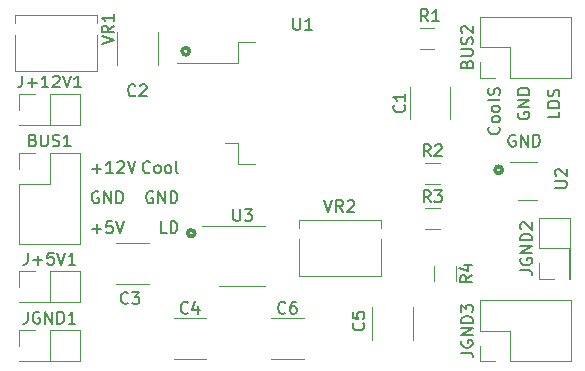
<source format=gto>
G04 #@! TF.GenerationSoftware,KiCad,Pcbnew,5.1.5+dfsg1-2build2*
G04 #@! TF.CreationDate,2021-11-26T12:56:36+03:00*
G04 #@! TF.ProjectId,VoltReg,566f6c74-5265-4672-9e6b-696361645f70,rev?*
G04 #@! TF.SameCoordinates,Original*
G04 #@! TF.FileFunction,Legend,Top*
G04 #@! TF.FilePolarity,Positive*
%FSLAX46Y46*%
G04 Gerber Fmt 4.6, Leading zero omitted, Abs format (unit mm)*
G04 Created by KiCad (PCBNEW 5.1.5+dfsg1-2build2) date 2021-11-26 12:56:36*
%MOMM*%
%LPD*%
G04 APERTURE LIST*
%ADD10C,0.150000*%
%ADD11C,0.300000*%
%ADD12C,0.120000*%
G04 APERTURE END LIST*
D10*
X124950000Y-60266904D02*
X124902380Y-60362142D01*
X124902380Y-60505000D01*
X124950000Y-60647857D01*
X125045238Y-60743095D01*
X125140476Y-60790714D01*
X125330952Y-60838333D01*
X125473809Y-60838333D01*
X125664285Y-60790714D01*
X125759523Y-60743095D01*
X125854761Y-60647857D01*
X125902380Y-60505000D01*
X125902380Y-60409761D01*
X125854761Y-60266904D01*
X125807142Y-60219285D01*
X125473809Y-60219285D01*
X125473809Y-60409761D01*
X125902380Y-59790714D02*
X124902380Y-59790714D01*
X125902380Y-59219285D01*
X124902380Y-59219285D01*
X125902380Y-58743095D02*
X124902380Y-58743095D01*
X124902380Y-58505000D01*
X124950000Y-58362142D01*
X125045238Y-58266904D01*
X125140476Y-58219285D01*
X125330952Y-58171666D01*
X125473809Y-58171666D01*
X125664285Y-58219285D01*
X125759523Y-58266904D01*
X125854761Y-58362142D01*
X125902380Y-58505000D01*
X125902380Y-58743095D01*
X124688095Y-62180000D02*
X124592857Y-62132380D01*
X124450000Y-62132380D01*
X124307142Y-62180000D01*
X124211904Y-62275238D01*
X124164285Y-62370476D01*
X124116666Y-62560952D01*
X124116666Y-62703809D01*
X124164285Y-62894285D01*
X124211904Y-62989523D01*
X124307142Y-63084761D01*
X124450000Y-63132380D01*
X124545238Y-63132380D01*
X124688095Y-63084761D01*
X124735714Y-63037142D01*
X124735714Y-62703809D01*
X124545238Y-62703809D01*
X125164285Y-63132380D02*
X125164285Y-62132380D01*
X125735714Y-63132380D01*
X125735714Y-62132380D01*
X126211904Y-63132380D02*
X126211904Y-62132380D01*
X126450000Y-62132380D01*
X126592857Y-62180000D01*
X126688095Y-62275238D01*
X126735714Y-62370476D01*
X126783333Y-62560952D01*
X126783333Y-62703809D01*
X126735714Y-62894285D01*
X126688095Y-62989523D01*
X126592857Y-63084761D01*
X126450000Y-63132380D01*
X126211904Y-63132380D01*
X123289642Y-61473333D02*
X123337261Y-61520952D01*
X123384880Y-61663809D01*
X123384880Y-61759047D01*
X123337261Y-61901904D01*
X123242023Y-61997142D01*
X123146785Y-62044761D01*
X122956309Y-62092380D01*
X122813452Y-62092380D01*
X122622976Y-62044761D01*
X122527738Y-61997142D01*
X122432500Y-61901904D01*
X122384880Y-61759047D01*
X122384880Y-61663809D01*
X122432500Y-61520952D01*
X122480119Y-61473333D01*
X123384880Y-60901904D02*
X123337261Y-60997142D01*
X123289642Y-61044761D01*
X123194404Y-61092380D01*
X122908690Y-61092380D01*
X122813452Y-61044761D01*
X122765833Y-60997142D01*
X122718214Y-60901904D01*
X122718214Y-60759047D01*
X122765833Y-60663809D01*
X122813452Y-60616190D01*
X122908690Y-60568571D01*
X123194404Y-60568571D01*
X123289642Y-60616190D01*
X123337261Y-60663809D01*
X123384880Y-60759047D01*
X123384880Y-60901904D01*
X123384880Y-59997142D02*
X123337261Y-60092380D01*
X123289642Y-60140000D01*
X123194404Y-60187619D01*
X122908690Y-60187619D01*
X122813452Y-60140000D01*
X122765833Y-60092380D01*
X122718214Y-59997142D01*
X122718214Y-59854285D01*
X122765833Y-59759047D01*
X122813452Y-59711428D01*
X122908690Y-59663809D01*
X123194404Y-59663809D01*
X123289642Y-59711428D01*
X123337261Y-59759047D01*
X123384880Y-59854285D01*
X123384880Y-59997142D01*
X123384880Y-59092380D02*
X123337261Y-59187619D01*
X123242023Y-59235238D01*
X122384880Y-59235238D01*
X123337261Y-58759047D02*
X123384880Y-58616190D01*
X123384880Y-58378095D01*
X123337261Y-58282857D01*
X123289642Y-58235238D01*
X123194404Y-58187619D01*
X123099166Y-58187619D01*
X123003928Y-58235238D01*
X122956309Y-58282857D01*
X122908690Y-58378095D01*
X122861071Y-58568571D01*
X122813452Y-58663809D01*
X122765833Y-58711428D01*
X122670595Y-58759047D01*
X122575357Y-58759047D01*
X122480119Y-58711428D01*
X122432500Y-58663809D01*
X122384880Y-58568571D01*
X122384880Y-58330476D01*
X122432500Y-58187619D01*
X128442380Y-60171666D02*
X128442380Y-60647857D01*
X127442380Y-60647857D01*
X128442380Y-59838333D02*
X127442380Y-59838333D01*
X127442380Y-59600238D01*
X127490000Y-59457380D01*
X127585238Y-59362142D01*
X127680476Y-59314523D01*
X127870952Y-59266904D01*
X128013809Y-59266904D01*
X128204285Y-59314523D01*
X128299523Y-59362142D01*
X128394761Y-59457380D01*
X128442380Y-59600238D01*
X128442380Y-59838333D01*
X128394761Y-58885952D02*
X128442380Y-58743095D01*
X128442380Y-58505000D01*
X128394761Y-58409761D01*
X128347142Y-58362142D01*
X128251904Y-58314523D01*
X128156666Y-58314523D01*
X128061428Y-58362142D01*
X128013809Y-58409761D01*
X127966190Y-58505000D01*
X127918571Y-58695476D01*
X127870952Y-58790714D01*
X127823333Y-58838333D01*
X127728095Y-58885952D01*
X127632857Y-58885952D01*
X127537619Y-58838333D01*
X127490000Y-58790714D01*
X127442380Y-58695476D01*
X127442380Y-58457380D01*
X127490000Y-58314523D01*
X95190428Y-70464880D02*
X94714238Y-70464880D01*
X94714238Y-69464880D01*
X95523762Y-70464880D02*
X95523762Y-69464880D01*
X95761857Y-69464880D01*
X95904714Y-69512500D01*
X95999952Y-69607738D01*
X96047571Y-69702976D01*
X96095190Y-69893452D01*
X96095190Y-70036309D01*
X96047571Y-70226785D01*
X95999952Y-70322023D01*
X95904714Y-70417261D01*
X95761857Y-70464880D01*
X95523762Y-70464880D01*
X88873094Y-70083928D02*
X89634999Y-70083928D01*
X89254047Y-70464880D02*
X89254047Y-69702976D01*
X90587380Y-69464880D02*
X90111189Y-69464880D01*
X90063570Y-69941071D01*
X90111189Y-69893452D01*
X90206428Y-69845833D01*
X90444523Y-69845833D01*
X90539761Y-69893452D01*
X90587380Y-69941071D01*
X90634999Y-70036309D01*
X90634999Y-70274404D01*
X90587380Y-70369642D01*
X90539761Y-70417261D01*
X90444523Y-70464880D01*
X90206428Y-70464880D01*
X90111189Y-70417261D01*
X90063570Y-70369642D01*
X90920713Y-69464880D02*
X91254047Y-70464880D01*
X91587380Y-69464880D01*
X93999952Y-66972500D02*
X93904714Y-66924880D01*
X93761857Y-66924880D01*
X93618999Y-66972500D01*
X93523761Y-67067738D01*
X93476142Y-67162976D01*
X93428523Y-67353452D01*
X93428523Y-67496309D01*
X93476142Y-67686785D01*
X93523761Y-67782023D01*
X93618999Y-67877261D01*
X93761857Y-67924880D01*
X93857095Y-67924880D01*
X93999952Y-67877261D01*
X94047571Y-67829642D01*
X94047571Y-67496309D01*
X93857095Y-67496309D01*
X94476142Y-67924880D02*
X94476142Y-66924880D01*
X95047571Y-67924880D01*
X95047571Y-66924880D01*
X95523761Y-67924880D02*
X95523761Y-66924880D01*
X95761857Y-66924880D01*
X95904714Y-66972500D01*
X95999952Y-67067738D01*
X96047571Y-67162976D01*
X96095190Y-67353452D01*
X96095190Y-67496309D01*
X96047571Y-67686785D01*
X95999952Y-67782023D01*
X95904714Y-67877261D01*
X95761857Y-67924880D01*
X95523761Y-67924880D01*
X89396904Y-66972500D02*
X89301666Y-66924880D01*
X89158809Y-66924880D01*
X89015951Y-66972500D01*
X88920713Y-67067738D01*
X88873094Y-67162976D01*
X88825475Y-67353452D01*
X88825475Y-67496309D01*
X88873094Y-67686785D01*
X88920713Y-67782023D01*
X89015951Y-67877261D01*
X89158809Y-67924880D01*
X89254047Y-67924880D01*
X89396904Y-67877261D01*
X89444523Y-67829642D01*
X89444523Y-67496309D01*
X89254047Y-67496309D01*
X89873094Y-67924880D02*
X89873094Y-66924880D01*
X90444523Y-67924880D01*
X90444523Y-66924880D01*
X90920713Y-67924880D02*
X90920713Y-66924880D01*
X91158809Y-66924880D01*
X91301666Y-66972500D01*
X91396904Y-67067738D01*
X91444523Y-67162976D01*
X91492142Y-67353452D01*
X91492142Y-67496309D01*
X91444523Y-67686785D01*
X91396904Y-67782023D01*
X91301666Y-67877261D01*
X91158809Y-67924880D01*
X90920713Y-67924880D01*
X93761857Y-65289642D02*
X93714238Y-65337261D01*
X93571380Y-65384880D01*
X93476142Y-65384880D01*
X93333285Y-65337261D01*
X93238047Y-65242023D01*
X93190428Y-65146785D01*
X93142809Y-64956309D01*
X93142809Y-64813452D01*
X93190428Y-64622976D01*
X93238047Y-64527738D01*
X93333285Y-64432500D01*
X93476142Y-64384880D01*
X93571380Y-64384880D01*
X93714238Y-64432500D01*
X93761857Y-64480119D01*
X94333285Y-65384880D02*
X94238047Y-65337261D01*
X94190428Y-65289642D01*
X94142809Y-65194404D01*
X94142809Y-64908690D01*
X94190428Y-64813452D01*
X94238047Y-64765833D01*
X94333285Y-64718214D01*
X94476142Y-64718214D01*
X94571380Y-64765833D01*
X94619000Y-64813452D01*
X94666619Y-64908690D01*
X94666619Y-65194404D01*
X94619000Y-65289642D01*
X94571380Y-65337261D01*
X94476142Y-65384880D01*
X94333285Y-65384880D01*
X95238047Y-65384880D02*
X95142809Y-65337261D01*
X95095190Y-65289642D01*
X95047571Y-65194404D01*
X95047571Y-64908690D01*
X95095190Y-64813452D01*
X95142809Y-64765833D01*
X95238047Y-64718214D01*
X95380904Y-64718214D01*
X95476142Y-64765833D01*
X95523761Y-64813452D01*
X95571380Y-64908690D01*
X95571380Y-65194404D01*
X95523761Y-65289642D01*
X95476142Y-65337261D01*
X95380904Y-65384880D01*
X95238047Y-65384880D01*
X96142809Y-65384880D02*
X96047571Y-65337261D01*
X95999952Y-65242023D01*
X95999952Y-64384880D01*
X88873095Y-65003928D02*
X89635000Y-65003928D01*
X89254047Y-65384880D02*
X89254047Y-64622976D01*
X90635000Y-65384880D02*
X90063571Y-65384880D01*
X90349285Y-65384880D02*
X90349285Y-64384880D01*
X90254047Y-64527738D01*
X90158809Y-64622976D01*
X90063571Y-64670595D01*
X91015952Y-64480119D02*
X91063571Y-64432500D01*
X91158809Y-64384880D01*
X91396904Y-64384880D01*
X91492142Y-64432500D01*
X91539761Y-64480119D01*
X91587380Y-64575357D01*
X91587380Y-64670595D01*
X91539761Y-64813452D01*
X90968333Y-65384880D01*
X91587380Y-65384880D01*
X91873095Y-64384880D02*
X92206428Y-65384880D01*
X92539761Y-64384880D01*
D11*
X97096800Y-55068600D02*
G75*
G03X97096800Y-55068600I-300000J0D01*
G01*
X123593800Y-65101600D02*
G75*
G03X123593800Y-65101600I-300000J0D01*
G01*
X97558800Y-70461000D02*
G75*
G03X97558800Y-70461000I-300000J0D01*
G01*
D12*
X117835000Y-73275436D02*
X117835000Y-74479564D01*
X119655000Y-73275436D02*
X119655000Y-74479564D01*
X121670000Y-81330000D02*
X121670000Y-80000000D01*
X123000000Y-81330000D02*
X121670000Y-81330000D01*
X121670000Y-78730000D02*
X121670000Y-76130000D01*
X124270000Y-78730000D02*
X121670000Y-78730000D01*
X124270000Y-81330000D02*
X124270000Y-78730000D01*
X121670000Y-76130000D02*
X129410000Y-76130000D01*
X124270000Y-81330000D02*
X129410000Y-81330000D01*
X129410000Y-81330000D02*
X129410000Y-76130000D01*
X126670000Y-74355000D02*
X126670000Y-73025000D01*
X128000000Y-74355000D02*
X126670000Y-74355000D01*
X126670000Y-71755000D02*
X126670000Y-69155000D01*
X129270000Y-71755000D02*
X126670000Y-71755000D01*
X129270000Y-74355000D02*
X129270000Y-71755000D01*
X126670000Y-69155000D02*
X129330000Y-69155000D01*
X129270000Y-74355000D02*
X129330000Y-74355000D01*
X129330000Y-74355000D02*
X129330000Y-69155000D01*
X82670000Y-78670000D02*
X84000000Y-78670000D01*
X82670000Y-80000000D02*
X82670000Y-78670000D01*
X85270000Y-78670000D02*
X87870000Y-78670000D01*
X85270000Y-81270000D02*
X85270000Y-78670000D01*
X82670000Y-81270000D02*
X85270000Y-81270000D01*
X87870000Y-78670000D02*
X87870000Y-81330000D01*
X82670000Y-81270000D02*
X82670000Y-81330000D01*
X82670000Y-81330000D02*
X87870000Y-81330000D01*
X82670000Y-73670000D02*
X84000000Y-73670000D01*
X82670000Y-75000000D02*
X82670000Y-73670000D01*
X85270000Y-73670000D02*
X87870000Y-73670000D01*
X85270000Y-76270000D02*
X85270000Y-73670000D01*
X82670000Y-76270000D02*
X85270000Y-76270000D01*
X87870000Y-73670000D02*
X87870000Y-76330000D01*
X82670000Y-76270000D02*
X82670000Y-76330000D01*
X82670000Y-76330000D02*
X87870000Y-76330000D01*
X82670000Y-58670000D02*
X84000000Y-58670000D01*
X82670000Y-60000000D02*
X82670000Y-58670000D01*
X85270000Y-58670000D02*
X87870000Y-58670000D01*
X85270000Y-61270000D02*
X85270000Y-58670000D01*
X82670000Y-61270000D02*
X85270000Y-61270000D01*
X87870000Y-58670000D02*
X87870000Y-61330000D01*
X82670000Y-61270000D02*
X82670000Y-61330000D01*
X82670000Y-61330000D02*
X87870000Y-61330000D01*
X94420000Y-56228752D02*
X94420000Y-53456248D01*
X91000000Y-56228752D02*
X91000000Y-53456248D01*
X121670000Y-57330000D02*
X121670000Y-56000000D01*
X123000000Y-57330000D02*
X121670000Y-57330000D01*
X121670000Y-54730000D02*
X121670000Y-52130000D01*
X124270000Y-54730000D02*
X121670000Y-54730000D01*
X124270000Y-57330000D02*
X124270000Y-54730000D01*
X121670000Y-52130000D02*
X129410000Y-52130000D01*
X124270000Y-57330000D02*
X129410000Y-57330000D01*
X129410000Y-57330000D02*
X129410000Y-52130000D01*
X89263000Y-53650000D02*
X89263000Y-56755000D01*
X89263000Y-52015000D02*
X89263000Y-52660000D01*
X82313000Y-53650000D02*
X82313000Y-56755000D01*
X82313000Y-52015000D02*
X82313000Y-52660000D01*
X82313000Y-56755000D02*
X89263000Y-56755000D01*
X82313000Y-52015000D02*
X89263000Y-52015000D01*
X113330000Y-70980000D02*
X113330000Y-74085000D01*
X113330000Y-69345000D02*
X113330000Y-69990000D01*
X106380000Y-70980000D02*
X106380000Y-74085000D01*
X106380000Y-69345000D02*
X106380000Y-69990000D01*
X106380000Y-74085000D02*
X113330000Y-74085000D01*
X106380000Y-69345000D02*
X113330000Y-69345000D01*
X99650000Y-74950000D02*
X103550000Y-74950000D01*
X98150000Y-69830000D02*
X103550000Y-69830000D01*
X126530000Y-64440000D02*
X124230000Y-64440000D01*
X124930000Y-67640000D02*
X126530000Y-67640000D01*
X102690000Y-54255000D02*
X101190000Y-54255000D01*
X101190000Y-54255000D02*
X101190000Y-56065000D01*
X101190000Y-56065000D02*
X96065000Y-56065000D01*
X102690000Y-64655000D02*
X101190000Y-64655000D01*
X101190000Y-64655000D02*
X101190000Y-62845000D01*
X101190000Y-62845000D02*
X100090000Y-62845000D01*
X117090436Y-70125000D02*
X118294564Y-70125000D01*
X117090436Y-68305000D02*
X118294564Y-68305000D01*
X118294564Y-64495000D02*
X117090436Y-64495000D01*
X118294564Y-66315000D02*
X117090436Y-66315000D01*
X116655436Y-54885000D02*
X117859564Y-54885000D01*
X116655436Y-53065000D02*
X117859564Y-53065000D01*
X106796252Y-77665000D02*
X104023748Y-77665000D01*
X106796252Y-81085000D02*
X104023748Y-81085000D01*
X112590000Y-76718748D02*
X112590000Y-79491252D01*
X116010000Y-76718748D02*
X116010000Y-79491252D01*
X98541252Y-77665000D02*
X95768748Y-77665000D01*
X98541252Y-81085000D02*
X95768748Y-81085000D01*
X93693752Y-71315000D02*
X90921248Y-71315000D01*
X93693752Y-74735000D02*
X90921248Y-74735000D01*
X115765000Y-58071248D02*
X115765000Y-60843752D01*
X119185000Y-58071248D02*
X119185000Y-60843752D01*
X82670000Y-63670000D02*
X84000000Y-63670000D01*
X82670000Y-65000000D02*
X82670000Y-63670000D01*
X85270000Y-63670000D02*
X87870000Y-63670000D01*
X85270000Y-66270000D02*
X85270000Y-63670000D01*
X82670000Y-66270000D02*
X85270000Y-66270000D01*
X87870000Y-63670000D02*
X87870000Y-71410000D01*
X82670000Y-66270000D02*
X82670000Y-71410000D01*
X82670000Y-71410000D02*
X87870000Y-71410000D01*
D10*
X121017380Y-74044166D02*
X120541190Y-74377500D01*
X121017380Y-74615595D02*
X120017380Y-74615595D01*
X120017380Y-74234642D01*
X120065000Y-74139404D01*
X120112619Y-74091785D01*
X120207857Y-74044166D01*
X120350714Y-74044166D01*
X120445952Y-74091785D01*
X120493571Y-74139404D01*
X120541190Y-74234642D01*
X120541190Y-74615595D01*
X120350714Y-73187023D02*
X121017380Y-73187023D01*
X119969761Y-73425119D02*
X120684047Y-73663214D01*
X120684047Y-73044166D01*
X120122380Y-80587142D02*
X120836666Y-80587142D01*
X120979523Y-80634761D01*
X121074761Y-80730000D01*
X121122380Y-80872857D01*
X121122380Y-80968095D01*
X120170000Y-79587142D02*
X120122380Y-79682380D01*
X120122380Y-79825238D01*
X120170000Y-79968095D01*
X120265238Y-80063333D01*
X120360476Y-80110952D01*
X120550952Y-80158571D01*
X120693809Y-80158571D01*
X120884285Y-80110952D01*
X120979523Y-80063333D01*
X121074761Y-79968095D01*
X121122380Y-79825238D01*
X121122380Y-79730000D01*
X121074761Y-79587142D01*
X121027142Y-79539523D01*
X120693809Y-79539523D01*
X120693809Y-79730000D01*
X121122380Y-79110952D02*
X120122380Y-79110952D01*
X121122380Y-78539523D01*
X120122380Y-78539523D01*
X121122380Y-78063333D02*
X120122380Y-78063333D01*
X120122380Y-77825238D01*
X120170000Y-77682380D01*
X120265238Y-77587142D01*
X120360476Y-77539523D01*
X120550952Y-77491904D01*
X120693809Y-77491904D01*
X120884285Y-77539523D01*
X120979523Y-77587142D01*
X121074761Y-77682380D01*
X121122380Y-77825238D01*
X121122380Y-78063333D01*
X120122380Y-77158571D02*
X120122380Y-76539523D01*
X120503333Y-76872857D01*
X120503333Y-76730000D01*
X120550952Y-76634761D01*
X120598571Y-76587142D01*
X120693809Y-76539523D01*
X120931904Y-76539523D01*
X121027142Y-76587142D01*
X121074761Y-76634761D01*
X121122380Y-76730000D01*
X121122380Y-77015714D01*
X121074761Y-77110952D01*
X121027142Y-77158571D01*
X125122380Y-73612142D02*
X125836666Y-73612142D01*
X125979523Y-73659761D01*
X126074761Y-73755000D01*
X126122380Y-73897857D01*
X126122380Y-73993095D01*
X125170000Y-72612142D02*
X125122380Y-72707380D01*
X125122380Y-72850238D01*
X125170000Y-72993095D01*
X125265238Y-73088333D01*
X125360476Y-73135952D01*
X125550952Y-73183571D01*
X125693809Y-73183571D01*
X125884285Y-73135952D01*
X125979523Y-73088333D01*
X126074761Y-72993095D01*
X126122380Y-72850238D01*
X126122380Y-72755000D01*
X126074761Y-72612142D01*
X126027142Y-72564523D01*
X125693809Y-72564523D01*
X125693809Y-72755000D01*
X126122380Y-72135952D02*
X125122380Y-72135952D01*
X126122380Y-71564523D01*
X125122380Y-71564523D01*
X126122380Y-71088333D02*
X125122380Y-71088333D01*
X125122380Y-70850238D01*
X125170000Y-70707380D01*
X125265238Y-70612142D01*
X125360476Y-70564523D01*
X125550952Y-70516904D01*
X125693809Y-70516904D01*
X125884285Y-70564523D01*
X125979523Y-70612142D01*
X126074761Y-70707380D01*
X126122380Y-70850238D01*
X126122380Y-71088333D01*
X125217619Y-70135952D02*
X125170000Y-70088333D01*
X125122380Y-69993095D01*
X125122380Y-69755000D01*
X125170000Y-69659761D01*
X125217619Y-69612142D01*
X125312857Y-69564523D01*
X125408095Y-69564523D01*
X125550952Y-69612142D01*
X126122380Y-70183571D01*
X126122380Y-69564523D01*
X83412857Y-77122380D02*
X83412857Y-77836666D01*
X83365238Y-77979523D01*
X83270000Y-78074761D01*
X83127142Y-78122380D01*
X83031904Y-78122380D01*
X84412857Y-77170000D02*
X84317619Y-77122380D01*
X84174761Y-77122380D01*
X84031904Y-77170000D01*
X83936666Y-77265238D01*
X83889047Y-77360476D01*
X83841428Y-77550952D01*
X83841428Y-77693809D01*
X83889047Y-77884285D01*
X83936666Y-77979523D01*
X84031904Y-78074761D01*
X84174761Y-78122380D01*
X84270000Y-78122380D01*
X84412857Y-78074761D01*
X84460476Y-78027142D01*
X84460476Y-77693809D01*
X84270000Y-77693809D01*
X84889047Y-78122380D02*
X84889047Y-77122380D01*
X85460476Y-78122380D01*
X85460476Y-77122380D01*
X85936666Y-78122380D02*
X85936666Y-77122380D01*
X86174761Y-77122380D01*
X86317619Y-77170000D01*
X86412857Y-77265238D01*
X86460476Y-77360476D01*
X86508095Y-77550952D01*
X86508095Y-77693809D01*
X86460476Y-77884285D01*
X86412857Y-77979523D01*
X86317619Y-78074761D01*
X86174761Y-78122380D01*
X85936666Y-78122380D01*
X87460476Y-78122380D02*
X86889047Y-78122380D01*
X87174761Y-78122380D02*
X87174761Y-77122380D01*
X87079523Y-77265238D01*
X86984285Y-77360476D01*
X86889047Y-77408095D01*
X83412857Y-72122380D02*
X83412857Y-72836666D01*
X83365238Y-72979523D01*
X83270000Y-73074761D01*
X83127142Y-73122380D01*
X83031904Y-73122380D01*
X83889047Y-72741428D02*
X84650952Y-72741428D01*
X84270000Y-73122380D02*
X84270000Y-72360476D01*
X85603333Y-72122380D02*
X85127142Y-72122380D01*
X85079523Y-72598571D01*
X85127142Y-72550952D01*
X85222380Y-72503333D01*
X85460476Y-72503333D01*
X85555714Y-72550952D01*
X85603333Y-72598571D01*
X85650952Y-72693809D01*
X85650952Y-72931904D01*
X85603333Y-73027142D01*
X85555714Y-73074761D01*
X85460476Y-73122380D01*
X85222380Y-73122380D01*
X85127142Y-73074761D01*
X85079523Y-73027142D01*
X85936666Y-72122380D02*
X86270000Y-73122380D01*
X86603333Y-72122380D01*
X87460476Y-73122380D02*
X86889047Y-73122380D01*
X87174761Y-73122380D02*
X87174761Y-72122380D01*
X87079523Y-72265238D01*
X86984285Y-72360476D01*
X86889047Y-72408095D01*
X82936666Y-57122380D02*
X82936666Y-57836666D01*
X82889047Y-57979523D01*
X82793809Y-58074761D01*
X82650952Y-58122380D01*
X82555714Y-58122380D01*
X83412857Y-57741428D02*
X84174761Y-57741428D01*
X83793809Y-58122380D02*
X83793809Y-57360476D01*
X85174761Y-58122380D02*
X84603333Y-58122380D01*
X84889047Y-58122380D02*
X84889047Y-57122380D01*
X84793809Y-57265238D01*
X84698571Y-57360476D01*
X84603333Y-57408095D01*
X85555714Y-57217619D02*
X85603333Y-57170000D01*
X85698571Y-57122380D01*
X85936666Y-57122380D01*
X86031904Y-57170000D01*
X86079523Y-57217619D01*
X86127142Y-57312857D01*
X86127142Y-57408095D01*
X86079523Y-57550952D01*
X85508095Y-58122380D01*
X86127142Y-58122380D01*
X86412857Y-57122380D02*
X86746190Y-58122380D01*
X87079523Y-57122380D01*
X87936666Y-58122380D02*
X87365238Y-58122380D01*
X87650952Y-58122380D02*
X87650952Y-57122380D01*
X87555714Y-57265238D01*
X87460476Y-57360476D01*
X87365238Y-57408095D01*
X92543333Y-58777142D02*
X92495714Y-58824761D01*
X92352857Y-58872380D01*
X92257619Y-58872380D01*
X92114761Y-58824761D01*
X92019523Y-58729523D01*
X91971904Y-58634285D01*
X91924285Y-58443809D01*
X91924285Y-58300952D01*
X91971904Y-58110476D01*
X92019523Y-58015238D01*
X92114761Y-57920000D01*
X92257619Y-57872380D01*
X92352857Y-57872380D01*
X92495714Y-57920000D01*
X92543333Y-57967619D01*
X92924285Y-57967619D02*
X92971904Y-57920000D01*
X93067142Y-57872380D01*
X93305238Y-57872380D01*
X93400476Y-57920000D01*
X93448095Y-57967619D01*
X93495714Y-58062857D01*
X93495714Y-58158095D01*
X93448095Y-58300952D01*
X92876666Y-58872380D01*
X93495714Y-58872380D01*
X120598571Y-56134761D02*
X120646190Y-55991904D01*
X120693809Y-55944285D01*
X120789047Y-55896666D01*
X120931904Y-55896666D01*
X121027142Y-55944285D01*
X121074761Y-55991904D01*
X121122380Y-56087142D01*
X121122380Y-56468095D01*
X120122380Y-56468095D01*
X120122380Y-56134761D01*
X120170000Y-56039523D01*
X120217619Y-55991904D01*
X120312857Y-55944285D01*
X120408095Y-55944285D01*
X120503333Y-55991904D01*
X120550952Y-56039523D01*
X120598571Y-56134761D01*
X120598571Y-56468095D01*
X120122380Y-55468095D02*
X120931904Y-55468095D01*
X121027142Y-55420476D01*
X121074761Y-55372857D01*
X121122380Y-55277619D01*
X121122380Y-55087142D01*
X121074761Y-54991904D01*
X121027142Y-54944285D01*
X120931904Y-54896666D01*
X120122380Y-54896666D01*
X121074761Y-54468095D02*
X121122380Y-54325238D01*
X121122380Y-54087142D01*
X121074761Y-53991904D01*
X121027142Y-53944285D01*
X120931904Y-53896666D01*
X120836666Y-53896666D01*
X120741428Y-53944285D01*
X120693809Y-53991904D01*
X120646190Y-54087142D01*
X120598571Y-54277619D01*
X120550952Y-54372857D01*
X120503333Y-54420476D01*
X120408095Y-54468095D01*
X120312857Y-54468095D01*
X120217619Y-54420476D01*
X120170000Y-54372857D01*
X120122380Y-54277619D01*
X120122380Y-54039523D01*
X120170000Y-53896666D01*
X120217619Y-53515714D02*
X120170000Y-53468095D01*
X120122380Y-53372857D01*
X120122380Y-53134761D01*
X120170000Y-53039523D01*
X120217619Y-52991904D01*
X120312857Y-52944285D01*
X120408095Y-52944285D01*
X120550952Y-52991904D01*
X121122380Y-53563333D01*
X121122380Y-52944285D01*
X89685380Y-54464523D02*
X90685380Y-54131190D01*
X89685380Y-53797857D01*
X90685380Y-52893095D02*
X90209190Y-53226428D01*
X90685380Y-53464523D02*
X89685380Y-53464523D01*
X89685380Y-53083571D01*
X89733000Y-52988333D01*
X89780619Y-52940714D01*
X89875857Y-52893095D01*
X90018714Y-52893095D01*
X90113952Y-52940714D01*
X90161571Y-52988333D01*
X90209190Y-53083571D01*
X90209190Y-53464523D01*
X90685380Y-51940714D02*
X90685380Y-52512142D01*
X90685380Y-52226428D02*
X89685380Y-52226428D01*
X89828238Y-52321666D01*
X89923476Y-52416904D01*
X89971095Y-52512142D01*
X108545476Y-67667380D02*
X108878809Y-68667380D01*
X109212142Y-67667380D01*
X110116904Y-68667380D02*
X109783571Y-68191190D01*
X109545476Y-68667380D02*
X109545476Y-67667380D01*
X109926428Y-67667380D01*
X110021666Y-67715000D01*
X110069285Y-67762619D01*
X110116904Y-67857857D01*
X110116904Y-68000714D01*
X110069285Y-68095952D01*
X110021666Y-68143571D01*
X109926428Y-68191190D01*
X109545476Y-68191190D01*
X110497857Y-67762619D02*
X110545476Y-67715000D01*
X110640714Y-67667380D01*
X110878809Y-67667380D01*
X110974047Y-67715000D01*
X111021666Y-67762619D01*
X111069285Y-67857857D01*
X111069285Y-67953095D01*
X111021666Y-68095952D01*
X110450238Y-68667380D01*
X111069285Y-68667380D01*
X100838095Y-68442380D02*
X100838095Y-69251904D01*
X100885714Y-69347142D01*
X100933333Y-69394761D01*
X101028571Y-69442380D01*
X101219047Y-69442380D01*
X101314285Y-69394761D01*
X101361904Y-69347142D01*
X101409523Y-69251904D01*
X101409523Y-68442380D01*
X101790476Y-68442380D02*
X102409523Y-68442380D01*
X102076190Y-68823333D01*
X102219047Y-68823333D01*
X102314285Y-68870952D01*
X102361904Y-68918571D01*
X102409523Y-69013809D01*
X102409523Y-69251904D01*
X102361904Y-69347142D01*
X102314285Y-69394761D01*
X102219047Y-69442380D01*
X101933333Y-69442380D01*
X101838095Y-69394761D01*
X101790476Y-69347142D01*
X128077380Y-66616904D02*
X128886904Y-66616904D01*
X128982142Y-66569285D01*
X129029761Y-66521666D01*
X129077380Y-66426428D01*
X129077380Y-66235952D01*
X129029761Y-66140714D01*
X128982142Y-66093095D01*
X128886904Y-66045476D01*
X128077380Y-66045476D01*
X128172619Y-65616904D02*
X128125000Y-65569285D01*
X128077380Y-65474047D01*
X128077380Y-65235952D01*
X128125000Y-65140714D01*
X128172619Y-65093095D01*
X128267857Y-65045476D01*
X128363095Y-65045476D01*
X128505952Y-65093095D01*
X129077380Y-65664523D01*
X129077380Y-65045476D01*
X105918095Y-52257380D02*
X105918095Y-53066904D01*
X105965714Y-53162142D01*
X106013333Y-53209761D01*
X106108571Y-53257380D01*
X106299047Y-53257380D01*
X106394285Y-53209761D01*
X106441904Y-53162142D01*
X106489523Y-53066904D01*
X106489523Y-52257380D01*
X107489523Y-53257380D02*
X106918095Y-53257380D01*
X107203809Y-53257380D02*
X107203809Y-52257380D01*
X107108571Y-52400238D01*
X107013333Y-52495476D01*
X106918095Y-52543095D01*
X117525833Y-67847380D02*
X117192500Y-67371190D01*
X116954404Y-67847380D02*
X116954404Y-66847380D01*
X117335357Y-66847380D01*
X117430595Y-66895000D01*
X117478214Y-66942619D01*
X117525833Y-67037857D01*
X117525833Y-67180714D01*
X117478214Y-67275952D01*
X117430595Y-67323571D01*
X117335357Y-67371190D01*
X116954404Y-67371190D01*
X117859166Y-66847380D02*
X118478214Y-66847380D01*
X118144880Y-67228333D01*
X118287738Y-67228333D01*
X118382976Y-67275952D01*
X118430595Y-67323571D01*
X118478214Y-67418809D01*
X118478214Y-67656904D01*
X118430595Y-67752142D01*
X118382976Y-67799761D01*
X118287738Y-67847380D01*
X118002023Y-67847380D01*
X117906785Y-67799761D01*
X117859166Y-67752142D01*
X117525833Y-63952380D02*
X117192500Y-63476190D01*
X116954404Y-63952380D02*
X116954404Y-62952380D01*
X117335357Y-62952380D01*
X117430595Y-63000000D01*
X117478214Y-63047619D01*
X117525833Y-63142857D01*
X117525833Y-63285714D01*
X117478214Y-63380952D01*
X117430595Y-63428571D01*
X117335357Y-63476190D01*
X116954404Y-63476190D01*
X117906785Y-63047619D02*
X117954404Y-63000000D01*
X118049642Y-62952380D01*
X118287738Y-62952380D01*
X118382976Y-63000000D01*
X118430595Y-63047619D01*
X118478214Y-63142857D01*
X118478214Y-63238095D01*
X118430595Y-63380952D01*
X117859166Y-63952380D01*
X118478214Y-63952380D01*
X117308333Y-52522380D02*
X116975000Y-52046190D01*
X116736904Y-52522380D02*
X116736904Y-51522380D01*
X117117857Y-51522380D01*
X117213095Y-51570000D01*
X117260714Y-51617619D01*
X117308333Y-51712857D01*
X117308333Y-51855714D01*
X117260714Y-51950952D01*
X117213095Y-51998571D01*
X117117857Y-52046190D01*
X116736904Y-52046190D01*
X118260714Y-52522380D02*
X117689285Y-52522380D01*
X117975000Y-52522380D02*
X117975000Y-51522380D01*
X117879761Y-51665238D01*
X117784523Y-51760476D01*
X117689285Y-51808095D01*
X105243333Y-77192142D02*
X105195714Y-77239761D01*
X105052857Y-77287380D01*
X104957619Y-77287380D01*
X104814761Y-77239761D01*
X104719523Y-77144523D01*
X104671904Y-77049285D01*
X104624285Y-76858809D01*
X104624285Y-76715952D01*
X104671904Y-76525476D01*
X104719523Y-76430238D01*
X104814761Y-76335000D01*
X104957619Y-76287380D01*
X105052857Y-76287380D01*
X105195714Y-76335000D01*
X105243333Y-76382619D01*
X106100476Y-76287380D02*
X105910000Y-76287380D01*
X105814761Y-76335000D01*
X105767142Y-76382619D01*
X105671904Y-76525476D01*
X105624285Y-76715952D01*
X105624285Y-77096904D01*
X105671904Y-77192142D01*
X105719523Y-77239761D01*
X105814761Y-77287380D01*
X106005238Y-77287380D01*
X106100476Y-77239761D01*
X106148095Y-77192142D01*
X106195714Y-77096904D01*
X106195714Y-76858809D01*
X106148095Y-76763571D01*
X106100476Y-76715952D01*
X106005238Y-76668333D01*
X105814761Y-76668333D01*
X105719523Y-76715952D01*
X105671904Y-76763571D01*
X105624285Y-76858809D01*
X111837142Y-78086666D02*
X111884761Y-78134285D01*
X111932380Y-78277142D01*
X111932380Y-78372380D01*
X111884761Y-78515238D01*
X111789523Y-78610476D01*
X111694285Y-78658095D01*
X111503809Y-78705714D01*
X111360952Y-78705714D01*
X111170476Y-78658095D01*
X111075238Y-78610476D01*
X110980000Y-78515238D01*
X110932380Y-78372380D01*
X110932380Y-78277142D01*
X110980000Y-78134285D01*
X111027619Y-78086666D01*
X110932380Y-77181904D02*
X110932380Y-77658095D01*
X111408571Y-77705714D01*
X111360952Y-77658095D01*
X111313333Y-77562857D01*
X111313333Y-77324761D01*
X111360952Y-77229523D01*
X111408571Y-77181904D01*
X111503809Y-77134285D01*
X111741904Y-77134285D01*
X111837142Y-77181904D01*
X111884761Y-77229523D01*
X111932380Y-77324761D01*
X111932380Y-77562857D01*
X111884761Y-77658095D01*
X111837142Y-77705714D01*
X96988333Y-77192142D02*
X96940714Y-77239761D01*
X96797857Y-77287380D01*
X96702619Y-77287380D01*
X96559761Y-77239761D01*
X96464523Y-77144523D01*
X96416904Y-77049285D01*
X96369285Y-76858809D01*
X96369285Y-76715952D01*
X96416904Y-76525476D01*
X96464523Y-76430238D01*
X96559761Y-76335000D01*
X96702619Y-76287380D01*
X96797857Y-76287380D01*
X96940714Y-76335000D01*
X96988333Y-76382619D01*
X97845476Y-76620714D02*
X97845476Y-77287380D01*
X97607380Y-76239761D02*
X97369285Y-76954047D01*
X97988333Y-76954047D01*
X91908333Y-76357142D02*
X91860714Y-76404761D01*
X91717857Y-76452380D01*
X91622619Y-76452380D01*
X91479761Y-76404761D01*
X91384523Y-76309523D01*
X91336904Y-76214285D01*
X91289285Y-76023809D01*
X91289285Y-75880952D01*
X91336904Y-75690476D01*
X91384523Y-75595238D01*
X91479761Y-75500000D01*
X91622619Y-75452380D01*
X91717857Y-75452380D01*
X91860714Y-75500000D01*
X91908333Y-75547619D01*
X92241666Y-75452380D02*
X92860714Y-75452380D01*
X92527380Y-75833333D01*
X92670238Y-75833333D01*
X92765476Y-75880952D01*
X92813095Y-75928571D01*
X92860714Y-76023809D01*
X92860714Y-76261904D01*
X92813095Y-76357142D01*
X92765476Y-76404761D01*
X92670238Y-76452380D01*
X92384523Y-76452380D01*
X92289285Y-76404761D01*
X92241666Y-76357142D01*
X115292142Y-59624166D02*
X115339761Y-59671785D01*
X115387380Y-59814642D01*
X115387380Y-59909880D01*
X115339761Y-60052738D01*
X115244523Y-60147976D01*
X115149285Y-60195595D01*
X114958809Y-60243214D01*
X114815952Y-60243214D01*
X114625476Y-60195595D01*
X114530238Y-60147976D01*
X114435000Y-60052738D01*
X114387380Y-59909880D01*
X114387380Y-59814642D01*
X114435000Y-59671785D01*
X114482619Y-59624166D01*
X115387380Y-58671785D02*
X115387380Y-59243214D01*
X115387380Y-58957500D02*
X114387380Y-58957500D01*
X114530238Y-59052738D01*
X114625476Y-59147976D01*
X114673095Y-59243214D01*
X83865238Y-62598571D02*
X84008095Y-62646190D01*
X84055714Y-62693809D01*
X84103333Y-62789047D01*
X84103333Y-62931904D01*
X84055714Y-63027142D01*
X84008095Y-63074761D01*
X83912857Y-63122380D01*
X83531904Y-63122380D01*
X83531904Y-62122380D01*
X83865238Y-62122380D01*
X83960476Y-62170000D01*
X84008095Y-62217619D01*
X84055714Y-62312857D01*
X84055714Y-62408095D01*
X84008095Y-62503333D01*
X83960476Y-62550952D01*
X83865238Y-62598571D01*
X83531904Y-62598571D01*
X84531904Y-62122380D02*
X84531904Y-62931904D01*
X84579523Y-63027142D01*
X84627142Y-63074761D01*
X84722380Y-63122380D01*
X84912857Y-63122380D01*
X85008095Y-63074761D01*
X85055714Y-63027142D01*
X85103333Y-62931904D01*
X85103333Y-62122380D01*
X85531904Y-63074761D02*
X85674761Y-63122380D01*
X85912857Y-63122380D01*
X86008095Y-63074761D01*
X86055714Y-63027142D01*
X86103333Y-62931904D01*
X86103333Y-62836666D01*
X86055714Y-62741428D01*
X86008095Y-62693809D01*
X85912857Y-62646190D01*
X85722380Y-62598571D01*
X85627142Y-62550952D01*
X85579523Y-62503333D01*
X85531904Y-62408095D01*
X85531904Y-62312857D01*
X85579523Y-62217619D01*
X85627142Y-62170000D01*
X85722380Y-62122380D01*
X85960476Y-62122380D01*
X86103333Y-62170000D01*
X87055714Y-63122380D02*
X86484285Y-63122380D01*
X86770000Y-63122380D02*
X86770000Y-62122380D01*
X86674761Y-62265238D01*
X86579523Y-62360476D01*
X86484285Y-62408095D01*
M02*

</source>
